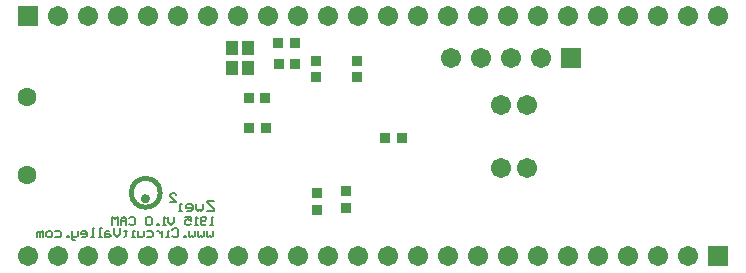
<source format=gbs>
G04 Layer_Color=16711935*
%FSLAX24Y24*%
%MOIN*%
G70*
G01*
G75*
%ADD10C,0.0080*%
%ADD40C,0.0150*%
%ADD58C,0.0070*%
%ADD61R,0.0380X0.0380*%
%ADD73R,0.0380X0.0380*%
%ADD85C,0.0631*%
%ADD86C,0.0671*%
%ADD87R,0.0671X0.0671*%
%ADD88R,0.0415X0.0474*%
D10*
X6740Y2310D02*
X6507D01*
Y2252D01*
X6740Y2018D01*
Y1960D01*
X6507D01*
X6390Y2193D02*
Y2018D01*
X6332Y1960D01*
X6273Y2018D01*
X6215Y1960D01*
X6157Y2018D01*
Y2193D01*
X5865Y1960D02*
X5982D01*
X6040Y2018D01*
Y2135D01*
X5982Y2193D01*
X5865D01*
X5807Y2135D01*
Y2077D01*
X6040D01*
X5690Y1960D02*
X5574D01*
X5632D01*
Y2193D01*
X5690D01*
X6710Y1290D02*
Y1140D01*
X6660Y1090D01*
X6610Y1140D01*
X6560Y1090D01*
X6510Y1140D01*
Y1290D01*
X6410D02*
Y1140D01*
X6360Y1090D01*
X6310Y1140D01*
X6260Y1090D01*
X6210Y1140D01*
Y1290D01*
X6110D02*
Y1140D01*
X6060Y1090D01*
X6010Y1140D01*
X5960Y1090D01*
X5910Y1140D01*
Y1290D01*
X5810Y1090D02*
Y1140D01*
X5760D01*
Y1090D01*
X5810D01*
X5360Y1340D02*
X5410Y1390D01*
X5510D01*
X5560Y1340D01*
Y1140D01*
X5510Y1090D01*
X5410D01*
X5360Y1140D01*
X5260Y1090D02*
X5160D01*
X5210D01*
Y1290D01*
X5260D01*
X5011D02*
Y1090D01*
Y1190D01*
X4961Y1240D01*
X4911Y1290D01*
X4861D01*
X4511D02*
X4661D01*
X4711Y1240D01*
Y1140D01*
X4661Y1090D01*
X4511D01*
X4411Y1290D02*
Y1140D01*
X4361Y1090D01*
X4211D01*
Y1290D01*
X4111Y1090D02*
X4011D01*
X4061D01*
Y1290D01*
X4111D01*
X3811Y1340D02*
Y1290D01*
X3861D01*
X3761D01*
X3811D01*
Y1140D01*
X3761Y1090D01*
X3611Y1390D02*
Y1190D01*
X3511Y1090D01*
X3411Y1190D01*
Y1390D01*
X3261Y1290D02*
X3161D01*
X3111Y1240D01*
Y1090D01*
X3261D01*
X3311Y1140D01*
X3261Y1190D01*
X3111D01*
X3011Y1090D02*
X2911D01*
X2961D01*
Y1390D01*
X3011D01*
X2761Y1090D02*
X2661D01*
X2711D01*
Y1390D01*
X2761D01*
X2361Y1090D02*
X2461D01*
X2511Y1140D01*
Y1240D01*
X2461Y1290D01*
X2361D01*
X2311Y1240D01*
Y1190D01*
X2511D01*
X2211Y1290D02*
Y1140D01*
X2161Y1090D01*
X2012D01*
Y1040D01*
X2061Y990D01*
X2111D01*
X2012Y1090D02*
Y1290D01*
X1912Y1090D02*
Y1140D01*
X1862D01*
Y1090D01*
X1912D01*
X1462Y1290D02*
X1612D01*
X1662Y1240D01*
Y1140D01*
X1612Y1090D01*
X1462D01*
X1312D02*
X1212D01*
X1162Y1140D01*
Y1240D01*
X1212Y1290D01*
X1312D01*
X1362Y1240D01*
Y1140D01*
X1312Y1090D01*
X1062D02*
Y1290D01*
X1012D01*
X962Y1240D01*
Y1090D01*
Y1240D01*
X912Y1290D01*
X862Y1240D01*
Y1090D01*
D40*
X4543Y2370D02*
G03*
X4543Y2370I-73J0D01*
G01*
X4962Y2570D02*
G03*
X4962Y2570I-482J0D01*
G01*
D58*
X5290Y2250D02*
X5490D01*
X5290Y2450D01*
Y2500D01*
X5340Y2550D01*
X5440D01*
X5490Y2500D01*
X6730Y1500D02*
X6637D01*
X6683D01*
Y1780D01*
X6730Y1733D01*
X6497Y1547D02*
X6450Y1500D01*
X6357D01*
X6310Y1547D01*
Y1733D01*
X6357Y1780D01*
X6450D01*
X6497Y1733D01*
Y1687D01*
X6450Y1640D01*
X6310D01*
X6217Y1500D02*
X6124D01*
X6170D01*
Y1780D01*
X6217Y1733D01*
X5797Y1780D02*
X5984D01*
Y1640D01*
X5890Y1687D01*
X5844D01*
X5797Y1640D01*
Y1547D01*
X5844Y1500D01*
X5937D01*
X5984Y1547D01*
X5424Y1780D02*
Y1593D01*
X5330Y1500D01*
X5237Y1593D01*
Y1780D01*
X5144Y1500D02*
X5051D01*
X5097D01*
Y1780D01*
X5144Y1733D01*
X4911Y1500D02*
Y1547D01*
X4864D01*
Y1500D01*
X4911D01*
X4677Y1733D02*
X4631Y1780D01*
X4537D01*
X4491Y1733D01*
Y1547D01*
X4537Y1500D01*
X4631D01*
X4677Y1547D01*
Y1733D01*
X3931D02*
X3978Y1780D01*
X4071D01*
X4118Y1733D01*
Y1547D01*
X4071Y1500D01*
X3978D01*
X3931Y1547D01*
X3838Y1500D02*
Y1687D01*
X3744Y1780D01*
X3651Y1687D01*
Y1500D01*
Y1640D01*
X3838D01*
X3558Y1500D02*
Y1780D01*
X3464Y1687D01*
X3371Y1780D01*
Y1500D01*
D61*
X7930Y4730D02*
D03*
X8480D02*
D03*
X13010Y4390D02*
D03*
X12460D02*
D03*
X8470Y5740D02*
D03*
X7920D02*
D03*
X9460Y6860D02*
D03*
X8910D02*
D03*
X9450Y7550D02*
D03*
X8900D02*
D03*
D73*
X11520Y6980D02*
D03*
Y6430D02*
D03*
X10170Y6980D02*
D03*
Y6430D02*
D03*
X10180Y2010D02*
D03*
Y2560D02*
D03*
X11170Y2070D02*
D03*
Y2620D02*
D03*
D85*
X530Y5760D02*
D03*
Y3161D02*
D03*
D86*
X1560Y8450D02*
D03*
X2560D02*
D03*
X3560D02*
D03*
X4560D02*
D03*
X5560D02*
D03*
X6560D02*
D03*
X7560D02*
D03*
X8560D02*
D03*
X9560D02*
D03*
X10560D02*
D03*
X11560D02*
D03*
X12560D02*
D03*
X13560D02*
D03*
X14560D02*
D03*
X15560D02*
D03*
X16560D02*
D03*
X17560D02*
D03*
X18560D02*
D03*
X19560D02*
D03*
X20560D02*
D03*
X21560D02*
D03*
X22560D02*
D03*
X23560D02*
D03*
X22560Y450D02*
D03*
X21560D02*
D03*
X20560D02*
D03*
X19560D02*
D03*
X18560D02*
D03*
X17560D02*
D03*
X16560D02*
D03*
X15560D02*
D03*
X14560D02*
D03*
X13560D02*
D03*
X12560D02*
D03*
X11560D02*
D03*
X10560D02*
D03*
X9560D02*
D03*
X8560D02*
D03*
X7560D02*
D03*
X6560D02*
D03*
X5560D02*
D03*
X4560D02*
D03*
X3560D02*
D03*
X2560D02*
D03*
X1560D02*
D03*
X560D02*
D03*
X16337Y5513D02*
D03*
X17203D02*
D03*
Y3387D02*
D03*
X16337D02*
D03*
X17670Y7060D02*
D03*
X14670D02*
D03*
X16670D02*
D03*
X15670D02*
D03*
D87*
X560Y8450D02*
D03*
X23560Y450D02*
D03*
X18670Y7060D02*
D03*
D88*
X7886Y7395D02*
D03*
X7354D02*
D03*
X7886Y6725D02*
D03*
X7354D02*
D03*
M02*

</source>
